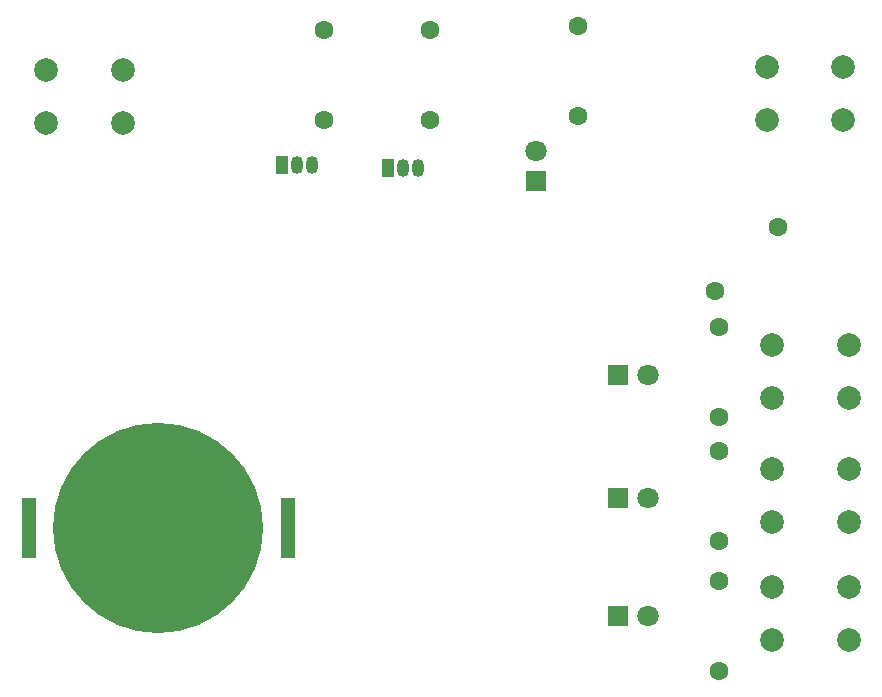
<source format=gts>
G04 #@! TF.GenerationSoftware,KiCad,Pcbnew,9.0.2*
G04 #@! TF.CreationDate,2025-07-01T21:22:42-07:00*
G04 #@! TF.ProjectId,idkwhatimdoing,69646b77-6861-4746-996d-646f696e672e,rev?*
G04 #@! TF.SameCoordinates,Original*
G04 #@! TF.FileFunction,Soldermask,Top*
G04 #@! TF.FilePolarity,Negative*
%FSLAX46Y46*%
G04 Gerber Fmt 4.6, Leading zero omitted, Abs format (unit mm)*
G04 Created by KiCad (PCBNEW 9.0.2) date 2025-07-01 21:22:42*
%MOMM*%
%LPD*%
G01*
G04 APERTURE LIST*
%ADD10C,1.600000*%
%ADD11C,2.000000*%
%ADD12R,1.800000X1.800000*%
%ADD13C,1.800000*%
%ADD14R,1.050000X1.500000*%
%ADD15O,1.050000X1.500000*%
%ADD16R,1.270000X5.080000*%
%ADD17C,17.800000*%
G04 APERTURE END LIST*
D10*
G04 #@! TO.C,R_AND2*
X122000000Y-115050000D03*
X116611846Y-120438154D03*
G04 #@! TD*
D11*
G04 #@! TO.C,SW_B1*
X127500000Y-106000000D03*
X121000000Y-106000000D03*
X127500000Y-101500000D03*
X121000000Y-101500000D03*
G04 #@! TD*
G04 #@! TO.C,SW1*
X121500000Y-125000000D03*
X128000000Y-125000000D03*
X121500000Y-129500000D03*
X128000000Y-129500000D03*
G04 #@! TD*
D10*
G04 #@! TO.C,R3*
X117000000Y-152620000D03*
X117000000Y-145000000D03*
G04 #@! TD*
D11*
G04 #@! TO.C,SW2*
X121500000Y-135500000D03*
X128000000Y-135500000D03*
X121500000Y-140000000D03*
X128000000Y-140000000D03*
G04 #@! TD*
D12*
G04 #@! TO.C,D1*
X108460000Y-127560000D03*
D13*
X111000000Y-127560000D03*
G04 #@! TD*
D14*
G04 #@! TO.C,Q2*
X88960000Y-110000000D03*
D15*
X90230000Y-110000000D03*
X91500000Y-110000000D03*
G04 #@! TD*
D16*
G04 #@! TO.C,BT1*
X58515000Y-140500000D03*
X80485000Y-140500000D03*
D17*
X69500000Y-140500000D03*
G04 #@! TD*
D11*
G04 #@! TO.C,SW3*
X121500000Y-145500000D03*
X128000000Y-145500000D03*
X121500000Y-150000000D03*
X128000000Y-150000000D03*
G04 #@! TD*
D14*
G04 #@! TO.C,Q1*
X79960000Y-109810000D03*
D15*
X81230000Y-109810000D03*
X82500000Y-109810000D03*
G04 #@! TD*
D10*
G04 #@! TO.C,R_AND1*
X105000000Y-105620000D03*
X105000000Y-98000000D03*
G04 #@! TD*
D12*
G04 #@! TO.C,D3*
X108460000Y-148000000D03*
D13*
X111000000Y-148000000D03*
G04 #@! TD*
D10*
G04 #@! TO.C,R_B1*
X92500000Y-106000000D03*
X92500000Y-98380000D03*
G04 #@! TD*
G04 #@! TO.C,R1*
X117000000Y-123500000D03*
X117000000Y-131120000D03*
G04 #@! TD*
D11*
G04 #@! TO.C,SW_A1*
X60000000Y-101750000D03*
X66500000Y-101750000D03*
X60000000Y-106250000D03*
X66500000Y-106250000D03*
G04 #@! TD*
D12*
G04 #@! TO.C,D2*
X108460000Y-138000000D03*
D13*
X111000000Y-138000000D03*
G04 #@! TD*
D12*
G04 #@! TO.C,D_AND1*
X101500000Y-111160000D03*
D13*
X101500000Y-108620000D03*
G04 #@! TD*
D10*
G04 #@! TO.C,R_A1*
X83500000Y-106000000D03*
X83500000Y-98380000D03*
G04 #@! TD*
G04 #@! TO.C,R2*
X117000000Y-141620000D03*
X117000000Y-134000000D03*
G04 #@! TD*
M02*

</source>
